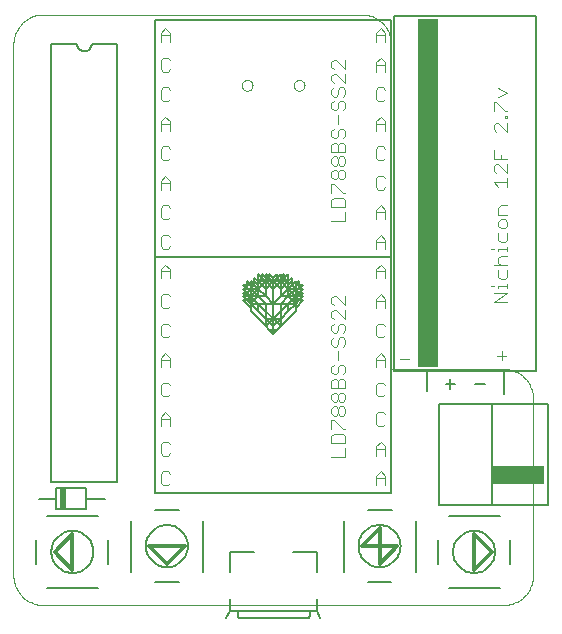
<source format=gto>
G75*
G70*
%OFA0B0*%
%FSLAX24Y24*%
%IPPOS*%
%LPD*%
%AMOC8*
5,1,8,0,0,1.08239X$1,22.5*
%
%ADD10C,0.0000*%
%ADD11C,0.0080*%
%ADD12C,0.0120*%
%ADD13C,0.0050*%
%ADD14C,0.0040*%
%ADD15R,0.0689X1.1614*%
%ADD16C,0.0060*%
%ADD17R,0.0200X0.0700*%
%ADD18R,0.1772X0.0591*%
D10*
X001123Y001047D02*
X016445Y001047D01*
X016505Y001049D01*
X016566Y001054D01*
X016625Y001063D01*
X016684Y001076D01*
X016743Y001092D01*
X016800Y001112D01*
X016855Y001135D01*
X016910Y001162D01*
X016962Y001191D01*
X017013Y001224D01*
X017062Y001260D01*
X017108Y001298D01*
X017152Y001340D01*
X017194Y001384D01*
X017232Y001430D01*
X017268Y001479D01*
X017301Y001530D01*
X017330Y001582D01*
X017357Y001637D01*
X017380Y001692D01*
X017400Y001749D01*
X017416Y001808D01*
X017429Y001867D01*
X017438Y001926D01*
X017443Y001987D01*
X017445Y002047D01*
X017445Y007921D01*
X017443Y007981D01*
X017438Y008042D01*
X017429Y008101D01*
X017416Y008160D01*
X017400Y008219D01*
X017380Y008276D01*
X017357Y008331D01*
X017330Y008386D01*
X017301Y008438D01*
X017268Y008489D01*
X017232Y008538D01*
X017194Y008584D01*
X017152Y008628D01*
X017108Y008670D01*
X017062Y008708D01*
X017013Y008744D01*
X016962Y008777D01*
X016910Y008806D01*
X016855Y008833D01*
X016800Y008856D01*
X016743Y008876D01*
X016684Y008892D01*
X016625Y008905D01*
X016566Y008914D01*
X016505Y008919D01*
X016445Y008921D01*
X012721Y008921D01*
X012721Y019732D01*
X012719Y019792D01*
X012714Y019853D01*
X012705Y019912D01*
X012692Y019971D01*
X012676Y020030D01*
X012656Y020087D01*
X012633Y020142D01*
X012606Y020197D01*
X012577Y020249D01*
X012544Y020300D01*
X012508Y020349D01*
X012470Y020395D01*
X012428Y020439D01*
X012384Y020481D01*
X012338Y020519D01*
X012289Y020555D01*
X012238Y020588D01*
X012186Y020617D01*
X012131Y020644D01*
X012076Y020667D01*
X012019Y020687D01*
X011960Y020703D01*
X011901Y020716D01*
X011842Y020725D01*
X011781Y020730D01*
X011721Y020732D01*
X001123Y020732D01*
X001063Y020730D01*
X001002Y020725D01*
X000943Y020716D01*
X000884Y020703D01*
X000825Y020687D01*
X000768Y020667D01*
X000713Y020644D01*
X000658Y020617D01*
X000606Y020588D01*
X000555Y020555D01*
X000506Y020519D01*
X000460Y020481D01*
X000416Y020439D01*
X000374Y020395D01*
X000336Y020349D01*
X000300Y020300D01*
X000267Y020249D01*
X000238Y020197D01*
X000211Y020142D01*
X000188Y020087D01*
X000168Y020030D01*
X000152Y019971D01*
X000139Y019912D01*
X000130Y019853D01*
X000125Y019792D01*
X000123Y019732D01*
X000123Y002047D01*
X000125Y001987D01*
X000130Y001926D01*
X000139Y001867D01*
X000152Y001808D01*
X000168Y001749D01*
X000188Y001692D01*
X000211Y001637D01*
X000238Y001582D01*
X000267Y001530D01*
X000300Y001479D01*
X000336Y001430D01*
X000374Y001384D01*
X000416Y001340D01*
X000460Y001298D01*
X000506Y001260D01*
X000555Y001224D01*
X000606Y001191D01*
X000658Y001162D01*
X000713Y001135D01*
X000768Y001112D01*
X000825Y001092D01*
X000884Y001076D01*
X000943Y001063D01*
X001002Y001054D01*
X001063Y001049D01*
X001123Y001047D01*
X007741Y018370D02*
X007743Y018396D01*
X007749Y018422D01*
X007759Y018447D01*
X007772Y018470D01*
X007788Y018490D01*
X007808Y018508D01*
X007830Y018523D01*
X007853Y018535D01*
X007879Y018543D01*
X007905Y018547D01*
X007931Y018547D01*
X007957Y018543D01*
X007983Y018535D01*
X008007Y018523D01*
X008028Y018508D01*
X008048Y018490D01*
X008064Y018470D01*
X008077Y018447D01*
X008087Y018422D01*
X008093Y018396D01*
X008095Y018370D01*
X008093Y018344D01*
X008087Y018318D01*
X008077Y018293D01*
X008064Y018270D01*
X008048Y018250D01*
X008028Y018232D01*
X008006Y018217D01*
X007983Y018205D01*
X007957Y018197D01*
X007931Y018193D01*
X007905Y018193D01*
X007879Y018197D01*
X007853Y018205D01*
X007829Y018217D01*
X007808Y018232D01*
X007788Y018250D01*
X007772Y018270D01*
X007759Y018293D01*
X007749Y018318D01*
X007743Y018344D01*
X007741Y018370D01*
X009473Y018370D02*
X009475Y018396D01*
X009481Y018422D01*
X009491Y018447D01*
X009504Y018470D01*
X009520Y018490D01*
X009540Y018508D01*
X009562Y018523D01*
X009585Y018535D01*
X009611Y018543D01*
X009637Y018547D01*
X009663Y018547D01*
X009689Y018543D01*
X009715Y018535D01*
X009739Y018523D01*
X009760Y018508D01*
X009780Y018490D01*
X009796Y018470D01*
X009809Y018447D01*
X009819Y018422D01*
X009825Y018396D01*
X009827Y018370D01*
X009825Y018344D01*
X009819Y018318D01*
X009809Y018293D01*
X009796Y018270D01*
X009780Y018250D01*
X009760Y018232D01*
X009738Y018217D01*
X009715Y018205D01*
X009689Y018197D01*
X009663Y018193D01*
X009637Y018193D01*
X009611Y018197D01*
X009585Y018205D01*
X009561Y018217D01*
X009540Y018232D01*
X009520Y018250D01*
X009504Y018270D01*
X009491Y018293D01*
X009481Y018318D01*
X009475Y018344D01*
X009473Y018370D01*
D11*
X014693Y008574D02*
X014693Y008253D01*
X014533Y008413D02*
X014853Y008413D01*
X015517Y008413D02*
X015837Y008413D01*
X012732Y004215D02*
X011927Y004215D01*
X011127Y003865D02*
X011127Y002165D01*
X011927Y001815D02*
X012720Y001815D01*
X013527Y002165D02*
X013527Y003865D01*
X014277Y003218D02*
X014277Y002425D01*
X014627Y001618D02*
X016327Y001618D01*
X016677Y002414D02*
X016677Y003218D01*
X016327Y004018D02*
X014627Y004018D01*
X014777Y002818D02*
X014779Y002870D01*
X014785Y002922D01*
X014795Y002974D01*
X014808Y003024D01*
X014825Y003074D01*
X014846Y003122D01*
X014871Y003168D01*
X014899Y003212D01*
X014930Y003254D01*
X014964Y003294D01*
X015001Y003331D01*
X015041Y003365D01*
X015083Y003396D01*
X015127Y003424D01*
X015173Y003449D01*
X015221Y003470D01*
X015271Y003487D01*
X015321Y003500D01*
X015373Y003510D01*
X015425Y003516D01*
X015477Y003518D01*
X015529Y003516D01*
X015581Y003510D01*
X015633Y003500D01*
X015683Y003487D01*
X015733Y003470D01*
X015781Y003449D01*
X015827Y003424D01*
X015871Y003396D01*
X015913Y003365D01*
X015953Y003331D01*
X015990Y003294D01*
X016024Y003254D01*
X016055Y003212D01*
X016083Y003168D01*
X016108Y003122D01*
X016129Y003074D01*
X016146Y003024D01*
X016159Y002974D01*
X016169Y002922D01*
X016175Y002870D01*
X016177Y002818D01*
X016175Y002766D01*
X016169Y002714D01*
X016159Y002662D01*
X016146Y002612D01*
X016129Y002562D01*
X016108Y002514D01*
X016083Y002468D01*
X016055Y002424D01*
X016024Y002382D01*
X015990Y002342D01*
X015953Y002305D01*
X015913Y002271D01*
X015871Y002240D01*
X015827Y002212D01*
X015781Y002187D01*
X015733Y002166D01*
X015683Y002149D01*
X015633Y002136D01*
X015581Y002126D01*
X015529Y002120D01*
X015477Y002118D01*
X015425Y002120D01*
X015373Y002126D01*
X015321Y002136D01*
X015271Y002149D01*
X015221Y002166D01*
X015173Y002187D01*
X015127Y002212D01*
X015083Y002240D01*
X015041Y002271D01*
X015001Y002305D01*
X014964Y002342D01*
X014930Y002382D01*
X014899Y002424D01*
X014871Y002468D01*
X014846Y002514D01*
X014825Y002562D01*
X014808Y002612D01*
X014795Y002662D01*
X014785Y002714D01*
X014779Y002766D01*
X014777Y002818D01*
X011627Y003015D02*
X011629Y003067D01*
X011635Y003119D01*
X011645Y003171D01*
X011658Y003221D01*
X011675Y003271D01*
X011696Y003319D01*
X011721Y003365D01*
X011749Y003409D01*
X011780Y003451D01*
X011814Y003491D01*
X011851Y003528D01*
X011891Y003562D01*
X011933Y003593D01*
X011977Y003621D01*
X012023Y003646D01*
X012071Y003667D01*
X012121Y003684D01*
X012171Y003697D01*
X012223Y003707D01*
X012275Y003713D01*
X012327Y003715D01*
X012379Y003713D01*
X012431Y003707D01*
X012483Y003697D01*
X012533Y003684D01*
X012583Y003667D01*
X012631Y003646D01*
X012677Y003621D01*
X012721Y003593D01*
X012763Y003562D01*
X012803Y003528D01*
X012840Y003491D01*
X012874Y003451D01*
X012905Y003409D01*
X012933Y003365D01*
X012958Y003319D01*
X012979Y003271D01*
X012996Y003221D01*
X013009Y003171D01*
X013019Y003119D01*
X013025Y003067D01*
X013027Y003015D01*
X013025Y002963D01*
X013019Y002911D01*
X013009Y002859D01*
X012996Y002809D01*
X012979Y002759D01*
X012958Y002711D01*
X012933Y002665D01*
X012905Y002621D01*
X012874Y002579D01*
X012840Y002539D01*
X012803Y002502D01*
X012763Y002468D01*
X012721Y002437D01*
X012677Y002409D01*
X012631Y002384D01*
X012583Y002363D01*
X012533Y002346D01*
X012483Y002333D01*
X012431Y002323D01*
X012379Y002317D01*
X012327Y002315D01*
X012275Y002317D01*
X012223Y002323D01*
X012171Y002333D01*
X012121Y002346D01*
X012071Y002363D01*
X012023Y002384D01*
X011977Y002409D01*
X011933Y002437D01*
X011891Y002468D01*
X011851Y002502D01*
X011814Y002539D01*
X011780Y002579D01*
X011749Y002621D01*
X011721Y002665D01*
X011696Y002711D01*
X011675Y002759D01*
X011658Y002809D01*
X011645Y002859D01*
X011635Y002911D01*
X011629Y002963D01*
X011627Y003015D01*
X006441Y002165D02*
X006441Y003865D01*
X005645Y004215D02*
X004841Y004215D01*
X004041Y003865D02*
X004041Y002165D01*
X003291Y002414D02*
X003291Y003218D01*
X002941Y004018D02*
X001241Y004018D01*
X000891Y003218D02*
X000891Y002425D01*
X001241Y001618D02*
X002941Y001618D01*
X001391Y002818D02*
X001393Y002870D01*
X001399Y002922D01*
X001409Y002974D01*
X001422Y003024D01*
X001439Y003074D01*
X001460Y003122D01*
X001485Y003168D01*
X001513Y003212D01*
X001544Y003254D01*
X001578Y003294D01*
X001615Y003331D01*
X001655Y003365D01*
X001697Y003396D01*
X001741Y003424D01*
X001787Y003449D01*
X001835Y003470D01*
X001885Y003487D01*
X001935Y003500D01*
X001987Y003510D01*
X002039Y003516D01*
X002091Y003518D01*
X002143Y003516D01*
X002195Y003510D01*
X002247Y003500D01*
X002297Y003487D01*
X002347Y003470D01*
X002395Y003449D01*
X002441Y003424D01*
X002485Y003396D01*
X002527Y003365D01*
X002567Y003331D01*
X002604Y003294D01*
X002638Y003254D01*
X002669Y003212D01*
X002697Y003168D01*
X002722Y003122D01*
X002743Y003074D01*
X002760Y003024D01*
X002773Y002974D01*
X002783Y002922D01*
X002789Y002870D01*
X002791Y002818D01*
X002789Y002766D01*
X002783Y002714D01*
X002773Y002662D01*
X002760Y002612D01*
X002743Y002562D01*
X002722Y002514D01*
X002697Y002468D01*
X002669Y002424D01*
X002638Y002382D01*
X002604Y002342D01*
X002567Y002305D01*
X002527Y002271D01*
X002485Y002240D01*
X002441Y002212D01*
X002395Y002187D01*
X002347Y002166D01*
X002297Y002149D01*
X002247Y002136D01*
X002195Y002126D01*
X002143Y002120D01*
X002091Y002118D01*
X002039Y002120D01*
X001987Y002126D01*
X001935Y002136D01*
X001885Y002149D01*
X001835Y002166D01*
X001787Y002187D01*
X001741Y002212D01*
X001697Y002240D01*
X001655Y002271D01*
X001615Y002305D01*
X001578Y002342D01*
X001544Y002382D01*
X001513Y002424D01*
X001485Y002468D01*
X001460Y002514D01*
X001439Y002562D01*
X001422Y002612D01*
X001409Y002662D01*
X001399Y002714D01*
X001393Y002766D01*
X001391Y002818D01*
X004841Y001815D02*
X005634Y001815D01*
X004541Y003015D02*
X004543Y003067D01*
X004549Y003119D01*
X004559Y003171D01*
X004572Y003221D01*
X004589Y003271D01*
X004610Y003319D01*
X004635Y003365D01*
X004663Y003409D01*
X004694Y003451D01*
X004728Y003491D01*
X004765Y003528D01*
X004805Y003562D01*
X004847Y003593D01*
X004891Y003621D01*
X004937Y003646D01*
X004985Y003667D01*
X005035Y003684D01*
X005085Y003697D01*
X005137Y003707D01*
X005189Y003713D01*
X005241Y003715D01*
X005293Y003713D01*
X005345Y003707D01*
X005397Y003697D01*
X005447Y003684D01*
X005497Y003667D01*
X005545Y003646D01*
X005591Y003621D01*
X005635Y003593D01*
X005677Y003562D01*
X005717Y003528D01*
X005754Y003491D01*
X005788Y003451D01*
X005819Y003409D01*
X005847Y003365D01*
X005872Y003319D01*
X005893Y003271D01*
X005910Y003221D01*
X005923Y003171D01*
X005933Y003119D01*
X005939Y003067D01*
X005941Y003015D01*
X005939Y002963D01*
X005933Y002911D01*
X005923Y002859D01*
X005910Y002809D01*
X005893Y002759D01*
X005872Y002711D01*
X005847Y002665D01*
X005819Y002621D01*
X005788Y002579D01*
X005754Y002539D01*
X005717Y002502D01*
X005677Y002468D01*
X005635Y002437D01*
X005591Y002409D01*
X005545Y002384D01*
X005497Y002363D01*
X005447Y002346D01*
X005397Y002333D01*
X005345Y002323D01*
X005293Y002317D01*
X005241Y002315D01*
X005189Y002317D01*
X005137Y002323D01*
X005085Y002333D01*
X005035Y002346D01*
X004985Y002363D01*
X004937Y002384D01*
X004891Y002409D01*
X004847Y002437D01*
X004805Y002468D01*
X004765Y002502D01*
X004728Y002539D01*
X004694Y002579D01*
X004663Y002621D01*
X004635Y002665D01*
X004610Y002711D01*
X004589Y002759D01*
X004572Y002809D01*
X004559Y002859D01*
X004549Y002911D01*
X004543Y002963D01*
X004541Y003015D01*
D12*
X004650Y003015D02*
X005831Y003015D01*
X005241Y002425D01*
X004650Y003015D01*
X002091Y003409D02*
X002091Y002228D01*
X001501Y002818D01*
X002091Y003409D01*
X011737Y003015D02*
X012327Y003606D01*
X012327Y002425D01*
X012918Y003015D01*
X011737Y003015D01*
X015477Y003409D02*
X015477Y002228D01*
X016067Y002818D01*
X015477Y003409D01*
D13*
X016067Y004393D02*
X017938Y004393D01*
X017938Y007740D01*
X016067Y007740D01*
X014296Y007740D01*
X014296Y004393D01*
X016067Y004393D01*
X016067Y007740D01*
X016461Y008078D02*
X016461Y008866D01*
X017544Y008866D01*
X017544Y020677D01*
X012819Y020677D01*
X012819Y008866D01*
X013902Y008866D01*
X013902Y008177D01*
X013902Y008866D02*
X016461Y008866D01*
X012721Y012661D02*
X012721Y004787D01*
X004847Y004787D01*
X004847Y012661D01*
X004847Y020535D01*
X012721Y020535D01*
X012721Y012661D01*
X004847Y012661D01*
X012721Y012661D01*
X009784Y011711D02*
X009659Y011586D01*
X009659Y011711D01*
X009784Y011711D01*
X009784Y011586D02*
X009659Y011461D01*
X009784Y011461D01*
X009659Y011336D01*
X009784Y011336D01*
X009659Y011211D01*
X009284Y011586D01*
X009034Y011836D01*
X008534Y011836D01*
X008284Y011586D01*
X007909Y011211D01*
X008159Y011211D01*
X008284Y011086D01*
X008284Y010836D01*
X008034Y011086D01*
X008034Y011336D01*
X008034Y011586D01*
X008159Y011711D01*
X008159Y011836D01*
X008159Y011961D01*
X008284Y011836D01*
X008409Y011961D01*
X008409Y012086D01*
X008534Y011961D01*
X008534Y012086D01*
X008659Y011961D01*
X008534Y011836D01*
X008284Y011836D01*
X008534Y011586D01*
X008784Y011836D01*
X009034Y011586D01*
X009284Y011836D01*
X009409Y011961D01*
X009409Y011836D01*
X009409Y011711D01*
X009534Y011586D01*
X009659Y011461D01*
X009534Y011336D01*
X009534Y011086D01*
X009284Y011086D01*
X009284Y010836D01*
X009534Y011086D01*
X009534Y010961D01*
X009784Y011211D01*
X009659Y011211D01*
X009409Y011211D01*
X009284Y011086D01*
X008534Y010336D01*
X008534Y010586D01*
X008534Y011086D01*
X008284Y011086D01*
X009034Y010336D01*
X009034Y011086D01*
X009284Y011086D01*
X009409Y011211D02*
X009284Y011336D01*
X009284Y011586D01*
X009534Y011586D01*
X009534Y011336D01*
X009409Y011211D01*
X009534Y011086D01*
X009659Y011211D01*
X009659Y011336D02*
X009534Y011336D01*
X009284Y011336D01*
X009034Y011086D01*
X008784Y011086D01*
X008534Y011086D01*
X008284Y011336D01*
X008284Y011586D01*
X008034Y011586D01*
X007909Y011461D01*
X007784Y011461D01*
X007909Y011336D01*
X007784Y011336D01*
X007909Y011211D01*
X007784Y011211D01*
X008034Y010961D01*
X008034Y010836D01*
X008534Y010336D01*
X008659Y010211D01*
X008909Y010211D01*
X009034Y010336D01*
X009534Y010836D01*
X009534Y010961D01*
X009284Y010836D02*
X009034Y010586D01*
X008534Y010586D01*
X008284Y010836D01*
X008284Y011086D02*
X008034Y011086D01*
X008034Y010961D01*
X008034Y011086D02*
X008159Y011211D01*
X008034Y011336D01*
X007909Y011461D01*
X007784Y011586D01*
X007909Y011586D01*
X007784Y011711D01*
X007909Y011711D01*
X007909Y011836D01*
X008034Y011711D01*
X007909Y011711D01*
X007909Y011586D01*
X008034Y011586D01*
X008034Y011711D01*
X008034Y011836D01*
X008159Y011711D01*
X008284Y011586D01*
X008284Y011711D01*
X008159Y011836D01*
X008284Y011836D02*
X008284Y012086D01*
X008409Y011961D01*
X008534Y011836D01*
X008534Y011961D01*
X008534Y011836D02*
X008534Y011586D01*
X008534Y011336D01*
X008284Y011336D01*
X008159Y011211D01*
X008034Y011086D02*
X007909Y011211D01*
X007909Y011336D02*
X008034Y011336D01*
X008284Y011336D01*
X008034Y011586D01*
X008284Y011586D02*
X008534Y011336D01*
X008784Y011086D01*
X009034Y011336D01*
X009284Y011336D01*
X009534Y011586D01*
X009534Y011711D01*
X009659Y011836D01*
X009659Y011711D01*
X009534Y011711D01*
X009534Y011836D01*
X009409Y011711D01*
X009284Y011586D01*
X009284Y011711D01*
X009409Y011836D01*
X009284Y011836D02*
X009284Y011711D01*
X009284Y011586D02*
X009034Y011336D01*
X009034Y011586D01*
X009034Y011836D01*
X009284Y011836D01*
X009159Y011961D01*
X009159Y012086D01*
X009034Y011961D01*
X009034Y011836D01*
X008909Y011961D01*
X008909Y012086D01*
X008784Y011961D01*
X008784Y011836D01*
X008784Y011586D01*
X008534Y011836D01*
X008659Y011961D02*
X008659Y012086D01*
X008784Y011961D01*
X008784Y011836D02*
X008909Y011961D01*
X009034Y012086D01*
X009034Y011961D01*
X009034Y011836D02*
X009159Y011961D01*
X009284Y012086D01*
X009284Y011836D01*
X009034Y011836D02*
X008784Y011586D01*
X008784Y011086D01*
X008784Y010336D01*
X008534Y010586D01*
X008784Y010336D02*
X009034Y010586D01*
X008784Y010336D02*
X008784Y010086D01*
X008909Y010211D01*
X008784Y010086D02*
X008659Y010211D01*
X008284Y011711D02*
X008284Y011836D01*
X008659Y011961D02*
X008784Y011836D01*
X009534Y011586D02*
X009659Y011586D01*
X009784Y011586D01*
X009441Y002818D02*
X010241Y002818D01*
X010241Y002137D01*
X010245Y002818D02*
X010241Y002818D01*
X010241Y001255D02*
X010241Y000850D01*
X010245Y000852D01*
X010241Y000850D02*
X010004Y000850D01*
X010004Y000690D01*
X010005Y000690D02*
X009999Y000672D01*
X009991Y000656D01*
X009979Y000641D01*
X009965Y000629D01*
X009949Y000620D01*
X009931Y000614D01*
X009913Y000612D01*
X009894Y000613D01*
X009894Y000614D02*
X008784Y000614D01*
X007674Y000614D01*
X007674Y000613D02*
X007659Y000614D01*
X007644Y000619D01*
X007631Y000626D01*
X007620Y000636D01*
X007611Y000649D01*
X007605Y000663D01*
X007603Y000678D01*
X007603Y000679D02*
X007603Y000850D01*
X007327Y000850D01*
X007327Y001255D01*
X007333Y000864D02*
X007209Y000616D01*
X007603Y000850D02*
X010004Y000850D01*
X010237Y000860D02*
X010357Y000616D01*
X008794Y000616D02*
X008791Y000614D01*
X008788Y000613D01*
X008784Y000614D01*
X007327Y002135D02*
X007327Y002818D01*
X008127Y002818D01*
D14*
X005337Y005126D02*
X005261Y005049D01*
X005107Y005049D01*
X005031Y005126D01*
X005031Y005433D01*
X005107Y005509D01*
X005261Y005509D01*
X005337Y005433D01*
X005261Y006033D02*
X005107Y006033D01*
X005031Y006110D01*
X005031Y006417D01*
X005107Y006494D01*
X005261Y006494D01*
X005337Y006417D01*
X005337Y006110D02*
X005261Y006033D01*
X005337Y007017D02*
X005337Y007324D01*
X005184Y007478D01*
X005031Y007324D01*
X005031Y007017D01*
X005031Y007248D02*
X005337Y007248D01*
X005261Y008002D02*
X005107Y008002D01*
X005031Y008078D01*
X005031Y008385D01*
X005107Y008462D01*
X005261Y008462D01*
X005337Y008385D01*
X005337Y008078D02*
X005261Y008002D01*
X005337Y008986D02*
X005337Y009293D01*
X005184Y009446D01*
X005031Y009293D01*
X005031Y008986D01*
X005031Y009216D02*
X005337Y009216D01*
X005261Y009970D02*
X005107Y009970D01*
X005031Y010047D01*
X005031Y010354D01*
X005107Y010431D01*
X005261Y010431D01*
X005337Y010354D01*
X005337Y010047D02*
X005261Y009970D01*
X005261Y010954D02*
X005107Y010954D01*
X005031Y011031D01*
X005031Y011338D01*
X005107Y011415D01*
X005261Y011415D01*
X005337Y011338D01*
X005337Y011031D02*
X005261Y010954D01*
X005337Y011939D02*
X005337Y012246D01*
X005184Y012399D01*
X005031Y012246D01*
X005031Y011939D01*
X005031Y012169D02*
X005337Y012169D01*
X005261Y012923D02*
X005107Y012923D01*
X005031Y013000D01*
X005031Y013307D01*
X005107Y013383D01*
X005261Y013383D01*
X005337Y013307D01*
X005337Y013000D02*
X005261Y012923D01*
X005261Y013907D02*
X005107Y013907D01*
X005031Y013984D01*
X005031Y014291D01*
X005107Y014368D01*
X005261Y014368D01*
X005337Y014291D01*
X005337Y013984D02*
X005261Y013907D01*
X005337Y014891D02*
X005337Y015198D01*
X005184Y015352D01*
X005031Y015198D01*
X005031Y014891D01*
X005031Y015122D02*
X005337Y015122D01*
X005261Y015876D02*
X005107Y015876D01*
X005031Y015952D01*
X005031Y016259D01*
X005107Y016336D01*
X005261Y016336D01*
X005337Y016259D01*
X005337Y015952D02*
X005261Y015876D01*
X005337Y016860D02*
X005337Y017167D01*
X005184Y017320D01*
X005031Y017167D01*
X005031Y016860D01*
X005031Y017090D02*
X005337Y017090D01*
X005261Y017844D02*
X005107Y017844D01*
X005031Y017921D01*
X005031Y018228D01*
X005107Y018305D01*
X005261Y018305D01*
X005337Y018228D01*
X005337Y017921D02*
X005261Y017844D01*
X005261Y018828D02*
X005107Y018828D01*
X005031Y018905D01*
X005031Y019212D01*
X005107Y019289D01*
X005261Y019289D01*
X005337Y019212D01*
X005337Y018905D02*
X005261Y018828D01*
X005337Y019813D02*
X005337Y020120D01*
X005184Y020273D01*
X005031Y020120D01*
X005031Y019813D01*
X005031Y020043D02*
X005337Y020043D01*
X010719Y019150D02*
X010719Y018997D01*
X010796Y018920D01*
X010796Y018766D02*
X010719Y018690D01*
X010719Y018536D01*
X010796Y018459D01*
X010796Y018306D02*
X010719Y018229D01*
X010719Y018076D01*
X010796Y017999D01*
X010872Y017999D01*
X010949Y018076D01*
X010949Y018229D01*
X011026Y018306D01*
X011103Y018306D01*
X011179Y018229D01*
X011179Y018076D01*
X011103Y017999D01*
X011103Y017846D02*
X011179Y017769D01*
X011179Y017615D01*
X011103Y017539D01*
X010949Y017615D02*
X010949Y017769D01*
X011026Y017846D01*
X011103Y017846D01*
X010949Y017615D02*
X010872Y017539D01*
X010796Y017539D01*
X010719Y017615D01*
X010719Y017769D01*
X010796Y017846D01*
X010949Y017385D02*
X010949Y017078D01*
X011026Y016925D02*
X010949Y016848D01*
X010949Y016695D01*
X010872Y016618D01*
X010796Y016618D01*
X010719Y016695D01*
X010719Y016848D01*
X010796Y016925D01*
X011026Y016925D02*
X011103Y016925D01*
X011179Y016848D01*
X011179Y016695D01*
X011103Y016618D01*
X011103Y016464D02*
X011179Y016388D01*
X011179Y016157D01*
X010719Y016157D01*
X010719Y016388D01*
X010796Y016464D01*
X010872Y016464D01*
X010949Y016388D01*
X010949Y016157D01*
X010872Y016004D02*
X010949Y015927D01*
X010949Y015774D01*
X010872Y015697D01*
X010796Y015697D01*
X010719Y015774D01*
X010719Y015927D01*
X010796Y016004D01*
X010872Y016004D01*
X010949Y015927D02*
X011026Y016004D01*
X011103Y016004D01*
X011179Y015927D01*
X011179Y015774D01*
X011103Y015697D01*
X011026Y015697D01*
X010949Y015774D01*
X010872Y015544D02*
X010796Y015544D01*
X010719Y015467D01*
X010719Y015313D01*
X010796Y015237D01*
X010872Y015237D01*
X010949Y015313D01*
X010949Y015467D01*
X011026Y015544D01*
X011103Y015544D01*
X011179Y015467D01*
X011179Y015313D01*
X011103Y015237D01*
X011026Y015237D01*
X010949Y015313D01*
X010949Y015467D02*
X010872Y015544D01*
X010796Y015083D02*
X011103Y014776D01*
X011179Y014776D01*
X011103Y014623D02*
X010796Y014623D01*
X010719Y014546D01*
X010719Y014316D01*
X011179Y014316D01*
X011179Y014546D01*
X011103Y014623D01*
X010719Y014776D02*
X010719Y015083D01*
X010796Y015083D01*
X011179Y014162D02*
X011179Y013855D01*
X010719Y013855D01*
X012216Y013907D02*
X012216Y014214D01*
X012369Y014368D01*
X012522Y014214D01*
X012522Y013907D01*
X012522Y014137D02*
X012216Y014137D01*
X012292Y014891D02*
X012446Y014891D01*
X012522Y014968D01*
X012292Y014891D02*
X012216Y014968D01*
X012216Y015275D01*
X012292Y015352D01*
X012446Y015352D01*
X012522Y015275D01*
X012446Y015876D02*
X012522Y015952D01*
X012446Y015876D02*
X012292Y015876D01*
X012216Y015952D01*
X012216Y016259D01*
X012292Y016336D01*
X012446Y016336D01*
X012522Y016259D01*
X012522Y016860D02*
X012522Y017167D01*
X012369Y017320D01*
X012216Y017167D01*
X012216Y016860D01*
X012216Y017090D02*
X012522Y017090D01*
X012446Y017844D02*
X012522Y017921D01*
X012446Y017844D02*
X012292Y017844D01*
X012216Y017921D01*
X012216Y018228D01*
X012292Y018305D01*
X012446Y018305D01*
X012522Y018228D01*
X012522Y018828D02*
X012522Y019135D01*
X012369Y019289D01*
X012216Y019135D01*
X012216Y018828D01*
X012216Y019059D02*
X012522Y019059D01*
X012522Y019813D02*
X012522Y020120D01*
X012369Y020273D01*
X012216Y020120D01*
X012216Y019813D01*
X012216Y020043D02*
X012522Y020043D01*
X011179Y019227D02*
X011179Y018920D01*
X010872Y019227D01*
X010796Y019227D01*
X010719Y019150D01*
X010796Y018766D02*
X010872Y018766D01*
X011179Y018459D01*
X011179Y018766D01*
X011103Y016464D02*
X011026Y016464D01*
X010949Y016388D01*
X012369Y013383D02*
X012522Y013230D01*
X012522Y012923D01*
X012522Y013153D02*
X012216Y013153D01*
X012216Y013230D02*
X012369Y013383D01*
X012216Y013230D02*
X012216Y012923D01*
X012369Y012399D02*
X012216Y012246D01*
X012216Y011939D01*
X012216Y012169D02*
X012522Y012169D01*
X012522Y012246D02*
X012369Y012399D01*
X012522Y012246D02*
X012522Y011939D01*
X012369Y011415D02*
X012522Y011261D01*
X012522Y010954D01*
X012522Y011185D02*
X012216Y011185D01*
X012216Y011261D02*
X012369Y011415D01*
X012216Y011261D02*
X012216Y010954D01*
X012292Y010431D02*
X012216Y010354D01*
X012216Y010047D01*
X012292Y009970D01*
X012446Y009970D01*
X012522Y010047D01*
X012522Y010354D02*
X012446Y010431D01*
X012292Y010431D01*
X012369Y009446D02*
X012216Y009293D01*
X012216Y008986D01*
X012216Y009216D02*
X012522Y009216D01*
X012522Y009293D02*
X012369Y009446D01*
X012522Y009293D02*
X012522Y008986D01*
X012446Y008462D02*
X012292Y008462D01*
X012216Y008385D01*
X012216Y008078D01*
X012292Y008002D01*
X012446Y008002D01*
X012522Y008078D01*
X012522Y008385D02*
X012446Y008462D01*
X013003Y009259D02*
X013310Y009259D01*
X012446Y007478D02*
X012292Y007478D01*
X012216Y007401D01*
X012216Y007094D01*
X012292Y007017D01*
X012446Y007017D01*
X012522Y007094D01*
X012522Y007401D02*
X012446Y007478D01*
X012369Y006494D02*
X012216Y006340D01*
X012216Y006033D01*
X012216Y006263D02*
X012522Y006263D01*
X012522Y006340D02*
X012369Y006494D01*
X012522Y006340D02*
X012522Y006033D01*
X012369Y005509D02*
X012522Y005356D01*
X012522Y005049D01*
X012522Y005279D02*
X012216Y005279D01*
X012216Y005356D02*
X012369Y005509D01*
X012216Y005356D02*
X012216Y005049D01*
X011179Y005981D02*
X011179Y006288D01*
X011179Y006442D02*
X011179Y006672D01*
X011103Y006749D01*
X010796Y006749D01*
X010719Y006672D01*
X010719Y006442D01*
X011179Y006442D01*
X011179Y006902D02*
X011103Y006902D01*
X010796Y007209D01*
X010719Y007209D01*
X010719Y006902D01*
X010796Y007363D02*
X010872Y007363D01*
X010949Y007439D01*
X010949Y007593D01*
X011026Y007670D01*
X011103Y007670D01*
X011179Y007593D01*
X011179Y007439D01*
X011103Y007363D01*
X011026Y007363D01*
X010949Y007439D01*
X010949Y007593D02*
X010872Y007670D01*
X010796Y007670D01*
X010719Y007593D01*
X010719Y007439D01*
X010796Y007363D01*
X010796Y007823D02*
X010872Y007823D01*
X010949Y007900D01*
X010949Y008053D01*
X011026Y008130D01*
X011103Y008130D01*
X011179Y008053D01*
X011179Y007900D01*
X011103Y007823D01*
X011026Y007823D01*
X010949Y007900D01*
X010949Y008053D02*
X010872Y008130D01*
X010796Y008130D01*
X010719Y008053D01*
X010719Y007900D01*
X010796Y007823D01*
X010719Y008283D02*
X010719Y008514D01*
X010796Y008590D01*
X010872Y008590D01*
X010949Y008514D01*
X010949Y008283D01*
X011179Y008283D02*
X010719Y008283D01*
X010949Y008514D02*
X011026Y008590D01*
X011103Y008590D01*
X011179Y008514D01*
X011179Y008283D01*
X011103Y008744D02*
X011179Y008821D01*
X011179Y008974D01*
X011103Y009051D01*
X011026Y009051D01*
X010949Y008974D01*
X010949Y008821D01*
X010872Y008744D01*
X010796Y008744D01*
X010719Y008821D01*
X010719Y008974D01*
X010796Y009051D01*
X010949Y009204D02*
X010949Y009511D01*
X010872Y009665D02*
X010949Y009741D01*
X010949Y009895D01*
X011026Y009972D01*
X011103Y009972D01*
X011179Y009895D01*
X011179Y009741D01*
X011103Y009665D01*
X010872Y009665D02*
X010796Y009665D01*
X010719Y009741D01*
X010719Y009895D01*
X010796Y009972D01*
X010796Y010125D02*
X010872Y010125D01*
X010949Y010202D01*
X010949Y010355D01*
X011026Y010432D01*
X011103Y010432D01*
X011179Y010355D01*
X011179Y010202D01*
X011103Y010125D01*
X010796Y010125D02*
X010719Y010202D01*
X010719Y010355D01*
X010796Y010432D01*
X010796Y010585D02*
X010719Y010662D01*
X010719Y010816D01*
X010796Y010892D01*
X010872Y010892D01*
X011179Y010585D01*
X011179Y010892D01*
X011179Y011046D02*
X010872Y011353D01*
X010796Y011353D01*
X010719Y011276D01*
X010719Y011123D01*
X010796Y011046D01*
X011179Y011046D02*
X011179Y011353D01*
X011179Y005981D02*
X010719Y005981D01*
X016056Y011683D02*
X016132Y011683D01*
X016286Y011683D02*
X016593Y011683D01*
X016593Y011607D02*
X016593Y011760D01*
X016516Y011914D02*
X016363Y011914D01*
X016286Y011990D01*
X016286Y012221D01*
X016363Y012374D02*
X016286Y012451D01*
X016286Y012604D01*
X016363Y012681D01*
X016593Y012681D01*
X016593Y012834D02*
X016593Y012988D01*
X016593Y012911D02*
X016286Y012911D01*
X016286Y012834D01*
X016132Y012911D02*
X016056Y012911D01*
X016363Y013141D02*
X016516Y013141D01*
X016593Y013218D01*
X016593Y013448D01*
X016516Y013602D02*
X016363Y013602D01*
X016286Y013678D01*
X016286Y013832D01*
X016363Y013909D01*
X016516Y013909D01*
X016593Y013832D01*
X016593Y013678D01*
X016516Y013602D01*
X016286Y013448D02*
X016286Y013218D01*
X016363Y013141D01*
X016593Y012374D02*
X016132Y012374D01*
X016593Y012221D02*
X016593Y011990D01*
X016516Y011914D01*
X016286Y011683D02*
X016286Y011607D01*
X016132Y011453D02*
X016593Y011453D01*
X016132Y011146D01*
X016593Y011146D01*
X016404Y009511D02*
X016404Y009204D01*
X016251Y009358D02*
X016558Y009358D01*
X016593Y014062D02*
X016286Y014062D01*
X016286Y014292D01*
X016363Y014369D01*
X016593Y014369D01*
X016593Y014983D02*
X016593Y015290D01*
X016593Y015443D02*
X016286Y015750D01*
X016209Y015750D01*
X016132Y015673D01*
X016132Y015520D01*
X016209Y015443D01*
X016132Y015136D02*
X016593Y015136D01*
X016286Y014983D02*
X016132Y015136D01*
X016593Y015443D02*
X016593Y015750D01*
X016593Y015904D02*
X016132Y015904D01*
X016132Y016211D01*
X016363Y016057D02*
X016363Y015904D01*
X016209Y016824D02*
X016132Y016901D01*
X016132Y017055D01*
X016209Y017131D01*
X016286Y017131D01*
X016593Y016824D01*
X016593Y017131D01*
X016593Y017285D02*
X016593Y017362D01*
X016516Y017362D01*
X016516Y017285D01*
X016593Y017285D01*
X016593Y017515D02*
X016516Y017515D01*
X016209Y017822D01*
X016132Y017822D01*
X016132Y017515D01*
X016286Y017975D02*
X016593Y018129D01*
X016286Y018282D01*
D15*
X013951Y014771D03*
D16*
X003585Y019764D02*
X003585Y005164D01*
X001385Y005164D01*
X001385Y019764D01*
X002235Y019764D01*
X002237Y019734D01*
X002242Y019704D01*
X002251Y019675D01*
X002264Y019648D01*
X002279Y019622D01*
X002298Y019598D01*
X002319Y019577D01*
X002343Y019558D01*
X002369Y019543D01*
X002396Y019530D01*
X002425Y019521D01*
X002455Y019516D01*
X002485Y019514D01*
X002515Y019516D01*
X002545Y019521D01*
X002574Y019530D01*
X002601Y019543D01*
X002627Y019558D01*
X002651Y019577D01*
X002672Y019598D01*
X002691Y019622D01*
X002706Y019648D01*
X002719Y019675D01*
X002728Y019704D01*
X002733Y019734D01*
X002735Y019764D01*
X003585Y019764D01*
X002546Y004940D02*
X001538Y004940D01*
X001538Y004590D01*
X001538Y004240D01*
X002546Y004240D01*
X002546Y004590D01*
X002546Y004940D01*
X002546Y004590D02*
X003191Y004590D01*
X001538Y004590D02*
X000991Y004590D01*
D17*
X001790Y004590D03*
D18*
X016953Y005377D03*
M02*

</source>
